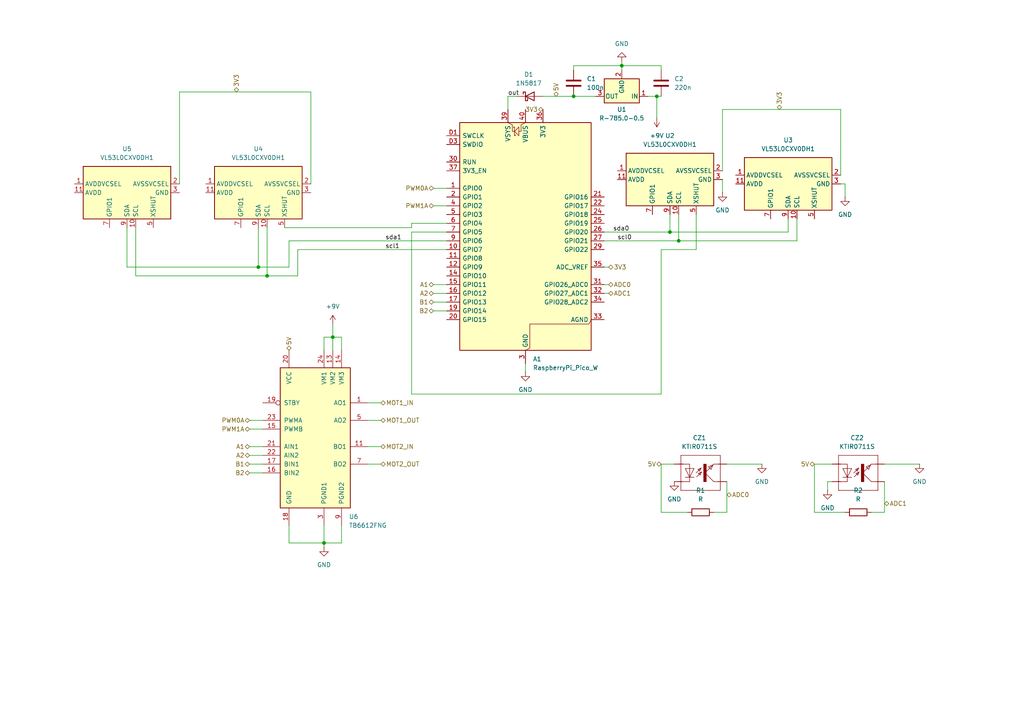
<source format=kicad_sch>
(kicad_sch (version 20250114) (generator "eeschema") (generator_version "9.0")
  (paper "A4")
  (title_block (title "ARENTM Electronics Scheme") (date "04.11.2025") (rev "1") (company "Sterowniki Robotów Projekt 2025") (comment 1 "Michał Sadecki") (comment 2 "Maksymilian Książka"))
  (lib_symbols
    (symbol "Device:C" (pin_numbers (hide yes)) (pin_names (offset 0.254))
      (property "Reference" "C" (at 0.635 2.54 0))
      (property "Value" "C" (at 0.635 -2.54 0))
      (symbol "C_0_1"
        (polyline (pts (xy -2.032 0.762) (xy 2.032 0.762)) (stroke (width 0.508)))
        (polyline (pts (xy -2.032 -0.762) (xy 2.032 -0.762)) (stroke (width 0.508)))
      )
      (symbol "C_1_1"
        (pin passive line (at 0 3.81 270) (length 2.794) (name "~") (number "1"))
        (pin passive line (at 0 -3.81 90) (length 2.794) (name "~") (number "2"))
      )
    )
    (symbol "Device:R" (pin_numbers (hide yes)) (pin_names (offset 0))
      (property "Reference" "R" (at 2.032 0 90))
      (property "Value" "R" (at 0 0 90))
      (symbol "R_0_1"
        (rectangle (start -1.016 -2.54) (end 1.016 2.54) (stroke (width 0.254)))
      )
      (symbol "R_1_1"
        (pin passive line (at 0 3.81 270) (length 1.27) (name "~") (number "1"))
        (pin passive line (at 0 -3.81 90) (length 1.27) (name "~") (number "2"))
      )
    )
    (symbol "Diode:1N5817" (pin_numbers (hide yes)) (pin_names (offset 1.016) (hide yes))
      (property "Reference" "D" (at 0 2.54 0))
      (property "Value" "1N5817" (at 0 -2.54 0))
      (symbol "1N5817_0_1"
        (polyline (pts (xy -1.905 0.635) (xy -1.905 1.27) (xy -1.27 1.27) (xy -1.27 -1.27) (xy -0.635 -1.27) (xy -0.635 -0.635)) (stroke (width 0.254)))
        (polyline (pts (xy 1.27 1.27) (xy 1.27 -1.27) (xy -1.27 0) (xy 1.27 1.27)) (stroke (width 0.254)))
        (polyline (pts (xy 1.27 0) (xy -1.27 0)))
      )
      (symbol "1N5817_1_1"
        (pin passive line (at -3.81 0 0) (length 2.54) (name "K") (number "1"))
        (pin passive line (at 3.81 0 180) (length 2.54) (name "A") (number "2"))
      )
    )
    (symbol "Driver_Motor:TB6612FNG" (pin_names (offset 1.016))
      (property "Reference" "U" (at 11.43 17.78 0))
      (property "Value" "TB6612FNG" (at 11.43 15.24 0))
      (symbol "TB6612FNG_0_1"
        (rectangle (start -10.16 20.32) (end 10.16 -20.32) (stroke (width 0.254)) (fill (type background)))
      )
      (symbol "TB6612FNG_1_1"
        (pin input inverted (at -15.24 10.16 0) (length 5.08) (name "STBY") (number "19"))
        (pin input line (at -15.24 5.08 0) (length 5.08) (name "PWMA") (number "23"))
        (pin input line (at -15.24 2.54 0) (length 5.08) (name "PWMB") (number "15"))
        (pin input line (at -15.24 -2.54 0) (length 5.08) (name "AIN1") (number "21"))
        (pin input line (at -15.24 -5.08 0) (length 5.08) (name "AIN2") (number "22"))
        (pin input line (at -15.24 -7.62 0) (length 5.08) (name "BIN1") (number "17"))
        (pin input line (at -15.24 -10.16 0) (length 5.08) (name "BIN2") (number "16"))
        (pin power_in line (at -7.62 25.4 270) (length 5.08) (name "VCC") (number "20"))
        (pin power_in line (at -7.62 -25.4 90) (length 5.08) (name "GND") (number "18"))
        (pin power_in line (at 2.54 25.4 270) (length 5.08) (name "VM1") (number "24"))
        (pin power_in line (at 2.54 -25.4 90) (length 5.08) (name "PGND1") (number "3"))
        (pin passive line (at 2.54 -25.4 90) (length 5.08) (hide yes) (name "PGND1") (number "4"))
        (pin power_in line (at 5.08 25.4 270) (length 5.08) (name "VM2") (number "13"))
        (pin power_in line (at 7.62 25.4 270) (length 5.08) (name "VM3") (number "14"))
        (pin passive line (at 7.62 -25.4 90) (length 5.08) (hide yes) (name "PGND2") (number "10"))
        (pin power_in line (at 7.62 -25.4 90) (length 5.08) (name "PGND2") (number "9"))
        (pin output line (at 15.24 10.16 180) (length 5.08) (name "AO1") (number "1"))
        (pin passive line (at 15.24 10.16 180) (length 5.08) (hide yes) (name "AO1") (number "2"))
        (pin output line (at 15.24 5.08 180) (length 5.08) (name "AO2") (number "5"))
        (pin passive line (at 15.24 5.08 180) (length 5.08) (hide yes) (name "AO2") (number "6"))
        (pin output line (at 15.24 -2.54 180) (length 5.08) (name "BO1") (number "11"))
        (pin passive line (at 15.24 -2.54 180) (length 5.08) (hide yes) (name "BO1") (number "12"))
        (pin output line (at 15.24 -7.62 180) (length 5.08) (name "BO2") (number "7"))
        (pin passive line (at 15.24 -7.62 180) (length 5.08) (hide yes) (name "BO2") (number "8"))
      )
    )
    (symbol "KTIR0711S:KTIR0711S" (pin_numbers (hide yes)) (pin_names (offset 1.016) (hide yes))
      (property "Reference" "CZ" (at -5.715 5.715 0))
      (property "Value" "KTIR0711S" (at -5.715 -7.62 0))
      (symbol "KTIR0711S_1_0"
        (polyline (pts (xy -5.715 5.08) (xy -5.715 -5.08)))
        (polyline (pts (xy -5.715 5.08) (xy 5.715 5.08)))
        (polyline (pts (xy -5.715 -5.08) (xy 5.715 -5.08)))
        (polyline (pts (xy -3.175 2.54) (xy -6.35 2.54)))
        (polyline (pts (xy -3.175 2.54) (xy -3.175 1.27)))
        (polyline (pts (xy -3.175 1.27) (xy -4.445 1.27)))
        (polyline (pts (xy -3.175 1.27) (xy -3.175 -1.27)))
        (polyline (pts (xy -3.175 -1.27) (xy -4.445 1.27)))
        (polyline (pts (xy -3.175 -1.27) (xy -4.445 -1.27)))
        (polyline (pts (xy -3.175 -1.27) (xy -3.175 -2.54)))
        (polyline (pts (xy -3.175 -2.54) (xy -6.35 -2.54)))
        (polyline (pts (xy -1.905 1.27) (xy -3.175 1.27)))
        (polyline (pts (xy -1.905 1.27) (xy -3.175 -1.27)))
        (polyline (pts (xy -1.905 -1.27) (xy -3.175 -1.27)))
        (polyline (pts (xy -1.27 0) (xy 0.127 1.397)))
        (polyline (pts (xy -1.143 -1.143) (xy 0.254 0.254)))
        (polyline (pts (xy -0.762 1.016) (xy -0.254 0.508)))
        (polyline (pts (xy -0.635 -0.127) (xy -0.127 -0.635)))
        (polyline (pts (xy -0.254 0.508) (xy 0.127 1.397)))
        (polyline (pts (xy -0.127 -0.635) (xy 0.254 0.254)))
        (polyline (pts (xy 0.127 1.397) (xy -0.762 1.016)))
        (polyline (pts (xy 0.254 0.254) (xy -0.635 -0.127)))
        (polyline (pts (xy 1.27 0) (xy 3.556 2.286)))
        (polyline (pts (xy 2.286 1.778) (xy 3.048 1.016)))
        (polyline (pts (xy 3.048 1.016) (xy 3.556 2.286)))
        (polyline (pts (xy 3.556 2.286) (xy 2.286 1.778)))
        (polyline (pts (xy 3.556 2.286) (xy 3.81 2.54)))
        (polyline (pts (xy 3.81 -2.54) (xy 1.27 0)))
        (polyline (pts (xy 5.08 2.54) (xy 3.81 2.54)))
        (polyline (pts (xy 5.08 -2.54) (xy 3.81 -2.54)))
        (polyline (pts (xy 5.715 5.08) (xy 5.715 -5.08)))
      )
      (symbol "KTIR0711S_1_1"
        (rectangle (start 0.889 -2.54) (end 1.651 2.54) (fill (type outline)))
        (pin passive line (at -7.62 2.54 0) (length 2.54) (name "ANODA") (number "ANODA"))
        (pin passive line (at -7.62 -2.54 0) (length 2.54) (name "KATODA") (number "KATODA"))
        (pin bidirectional line (at 7.62 2.54 180) (length 2.54) (name "EMITER") (number "EMITER"))
        (pin bidirectional line (at 7.62 -2.54 180) (length 2.54) (name "KOLEKTOR") (number "KOLEKTOR"))
      )
    )
    (symbol "MCU_Module:RaspberryPi_Pico_W_Debug" (pin_names (offset 0.762))
      (property "Reference" "A" (at -19.05 35.56 0))
      (property "Value" "RaspberryPi_Pico_W" (at 7.62 35.56 0))
      (symbol "RaspberryPi_Pico_W_Debug_0_1"
        (rectangle (start -19.05 34.29) (end 19.05 -31.75) (stroke (width 0.254)) (fill (type background)))
        (polyline (pts (xy -5.08 34.29) (xy -3.81 33.655) (xy -3.81 31.75) (xy -3.175 31.75)))
        (polyline (pts (xy -3.429 32.766) (xy -3.429 33.02) (xy -3.175 33.02) (xy -3.175 30.48) (xy -2.921 30.48) (xy -2.921 30.734)))
        (polyline (pts (xy -3.175 31.75) (xy -1.905 33.02) (xy -1.905 30.48) (xy -3.175 31.75)))
        (polyline (pts (xy 0 34.29) (xy -1.27 33.655) (xy -1.27 31.75) (xy -1.905 31.75)))
        (polyline (pts (xy 0 -31.75) (xy 1.27 -31.115) (xy 1.27 -24.13) (xy 18.415 -24.13) (xy 19.05 -22.86)))
      )
      (symbol "RaspberryPi_Pico_W_Debug_1_1"
        (pin input line (at -22.86 30.48 0) (length 3.81) (name "SWCLK") (number "D1"))
        (pin bidirectional line (at -22.86 27.94 0) (length 3.81) (name "SWDIO") (number "D3"))
        (pin passive line (at -22.86 22.86 0) (length 3.81) (name "RUN") (number "30"))
        (pin passive line (at -22.86 20.32 0) (length 3.81) (name "3V3_EN") (number "37"))
        (pin bidirectional line (at -22.86 15.24 0) (length 3.81) (name "GPIO0") (number "1"))
        (pin bidirectional line (at -22.86 12.7 0) (length 3.81) (name "GPIO1") (number "2"))
        (pin bidirectional line (at -22.86 10.16 0) (length 3.81) (name "GPIO2") (number "4"))
        (pin bidirectional line (at -22.86 7.62 0) (length 3.81) (name "GPIO3") (number "5"))
        (pin bidirectional line (at -22.86 5.08 0) (length 3.81) (name "GPIO4") (number "6"))
        (pin bidirectional line (at -22.86 2.54 0) (length 3.81) (name "GPIO5") (number "7"))
        (pin bidirectional line (at -22.86 0 0) (length 3.81) (name "GPIO6") (number "9"))
        (pin bidirectional line (at -22.86 -2.54 0) (length 3.81) (name "GPIO7") (number "10"))
        (pin bidirectional line (at -22.86 -5.08 0) (length 3.81) (name "GPIO8") (number "11"))
        (pin bidirectional line (at -22.86 -7.62 0) (length 3.81) (name "GPIO9") (number "12"))
        (pin bidirectional line (at -22.86 -10.16 0) (length 3.81) (name "GPIO10") (number "14"))
        (pin bidirectional line (at -22.86 -12.7 0) (length 3.81) (name "GPIO11") (number "15"))
        (pin bidirectional line (at -22.86 -15.24 0) (length 3.81) (name "GPIO12") (number "16"))
        (pin bidirectional line (at -22.86 -17.78 0) (length 3.81) (name "GPIO13") (number "17"))
        (pin bidirectional line (at -22.86 -20.32 0) (length 3.81) (name "GPIO14") (number "19"))
        (pin bidirectional line (at -22.86 -22.86 0) (length 3.81) (name "GPIO15") (number "20"))
        (pin power_in line (at -5.08 38.1 270) (length 3.81) (name "VSYS") (number "39"))
        (pin power_out line (at 0 38.1 270) (length 3.81) (name "VBUS") (number "40"))
        (pin passive line (at 0 -35.56 90) (length 3.81) (hide yes) (name "GND") (number "13"))
        (pin passive line (at 0 -35.56 90) (length 3.81) (hide yes) (name "GND") (number "18"))
        (pin passive line (at 0 -35.56 90) (length 3.81) (hide yes) (name "GND") (number "23"))
        (pin passive line (at 0 -35.56 90) (length 3.81) (hide yes) (name "GND") (number "28"))
        (pin power_out line (at 0 -35.56 90) (length 3.81) (name "GND") (number "3"))
        (pin passive line (at 0 -35.56 90) (length 3.81) (hide yes) (name "GND") (number "38"))
        (pin passive line (at 0 -35.56 90) (length 3.81) (hide yes) (name "GND") (number "8"))
        (pin passive line (at 0 -35.56 90) (length 3.81) (hide yes) (name "GND") (number "D2"))
        (pin power_out line (at 5.08 38.1 270) (length 3.81) (name "3V3") (number "36"))
        (pin bidirectional line (at 22.86 12.7 180) (length 3.81) (name "GPIO16") (number "21"))
        (pin bidirectional line (at 22.86 10.16 180) (length 3.81) (name "GPIO17") (number "22"))
        (pin bidirectional line (at 22.86 7.62 180) (length 3.81) (name "GPIO18") (number "24"))
        (pin bidirectional line (at 22.86 5.08 180) (length 3.81) (name "GPIO19") (number "25"))
        (pin bidirectional line (at 22.86 2.54 180) (length 3.81) (name "GPIO20") (number "26"))
        (pin bidirectional line (at 22.86 0 180) (length 3.81) (name "GPIO21") (number "27"))
        (pin bidirectional line (at 22.86 -2.54 180) (length 3.81) (name "GPIO22") (number "29"))
        (pin power_in line (at 22.86 -7.62 180) (length 3.81) (name "ADC_VREF") (number "35"))
        (pin bidirectional line (at 22.86 -12.7 180) (length 3.81) (name "GPIO26_ADC0") (number "31"))
        (pin bidirectional line (at 22.86 -15.24 180) (length 3.81) (name "GPIO27_ADC1") (number "32"))
        (pin bidirectional line (at 22.86 -17.78 180) (length 3.81) (name "GPIO28_ADC2") (number "34"))
        (pin power_out line (at 22.86 -22.86 180) (length 3.81) (name "AGND") (number "33"))
      )
    )
    (symbol "Regulator_Switching:R-781.5-0.5" (pin_names (offset 0.254))
      (property "Reference" "U" (at -3.81 3.175 0))
      (property "Value" "R-781.5-0.5" (at 0 3.175 0))
      (symbol "R-781.5-0.5_0_1"
        (rectangle (start -5.08 1.905) (end 5.08 -5.08) (stroke (width 0.254)) (fill (type background)))
      )
      (symbol "R-781.5-0.5_1_1"
        (pin power_in line (at -7.62 0 0) (length 2.54) (name "IN") (number "1"))
        (pin power_in line (at 0 -7.62 90) (length 2.54) (name "GND") (number "2"))
        (pin power_out line (at 7.62 0 180) (length 2.54) (name "OUT") (number "3"))
      )
    )
    (symbol "Sensor_Distance:VL53L0CXV0DH1"
      (property "Reference" "U" (at -6.35 13.97 0))
      (property "Value" "VL53L0CXV0DH1" (at 12.065 13.97 0))
      (symbol "VL53L0CXV0DH1_0_1"
        (rectangle (start -7.62 12.7) (end 7.62 -12.7) (stroke (width 0.254)) (fill (type background)))
      )
      (symbol "VL53L0CXV0DH1_1_1"
        (pin open_collector line (at -10.16 5.08 0) (length 2.54) (name "GPIO1") (number "7"))
        (pin bidirectional line (at -10.16 0 0) (length 2.54) (name "SDA") (number "9"))
        (pin input line (at -10.16 -2.54 0) (length 2.54) (name "SCL") (number "10"))
        (pin input line (at -10.16 -7.62 0) (length 2.54) (name "XSHUT") (number "5"))
        (pin no_connect line (at -7.62 7.62 0) (length 2.54) (hide yes) (name "DNC") (number "8"))
        (pin power_in line (at 0 15.24 270) (length 2.54) (name "AVDD") (number "11"))
        (pin passive line (at 0 -15.24 90) (length 2.54) (hide yes) (name "GND") (number "12"))
        (pin power_in line (at 0 -15.24 90) (length 2.54) (name "GND") (number "3"))
        (pin passive line (at 0 -15.24 90) (length 2.54) (hide yes) (name "GND") (number "4"))
        (pin passive line (at 0 -15.24 90) (length 2.54) (hide yes) (name "GND") (number "6"))
        (pin power_in line (at 2.54 15.24 270) (length 2.54) (name "AVDDVCSEL") (number "1"))
        (pin power_in line (at 2.54 -15.24 90) (length 2.54) (name "AVSSVCSEL") (number "2"))
      )
    )
    (symbol "power:+9V" (power) (pin_numbers (hide yes)) (pin_names (offset 0) (hide yes))
      (property "Value" "+9V" (at 0 3.556 0))
      (symbol "+9V_0_1"
        (polyline (pts (xy -0.762 1.27) (xy 0 2.54)))
        (polyline (pts (xy 0 2.54) (xy 0.762 1.27)))
        (polyline (pts (xy 0 0) (xy 0 2.54)))
      )
      (symbol "+9V_1_1"
        (pin power_in line (at 0 0 90) (length 0) (name "~") (number "1"))
      )
    )
    (symbol "power:GND" (power) (pin_numbers (hide yes)) (pin_names (offset 0) (hide yes))
      (property "Value" "GND" (at 0 -3.81 0))
      (symbol "GND_0_1"
        (polyline (pts (xy 0 0) (xy 0 -1.27) (xy 1.27 -1.27) (xy 0 -2.54) (xy -1.27 -1.27) (xy 0 -1.27)))
      )
      (symbol "GND_1_1"
        (pin power_in line (at 0 0 270) (length 0) (name "~") (number "1"))
      )
    )
  )
  (junction (at 166.37 27.94))
  (junction (at 77.47 80.01))
  (junction (at 93.98 157.48))
  (junction (at 190.5 27.94))
  (junction (at 180.34 19.05))
  (junction (at 194.31 67.31))
  (junction (at 196.85 69.85))
  (junction (at 96.52 97.79))
  (junction (at 74.93 77.47))
  (wire (pts (xy 93.98 97.79) (xy 96.52 97.79)))
  (wire (pts (xy 191.77 114.3) (xy 119.38 114.3)))
  (wire (pts (xy 52.07 26.67) (xy 52.07 53.34)))
  (wire (pts (xy 106.68 129.54) (xy 110.49 129.54)))
  (wire (pts (xy 83.82 157.48) (xy 83.82 152.4)))
  (wire (pts (xy 36.83 66.04) (xy 36.83 77.47)))
  (wire (pts (xy 157.48 27.94) (xy 166.37 27.94)))
  (wire (pts (xy 191.77 134.62) (xy 195.58 134.62)))
  (wire (pts (xy 119.38 67.31) (xy 129.54 67.31)))
  (wire (pts (xy 93.98 158.75) (xy 93.98 157.48)))
  (wire (pts (xy 90.17 26.67) (xy 52.07 26.67)))
  (wire (pts (xy 96.52 97.79) (xy 96.52 101.6)))
  (wire (pts (xy 190.5 27.94) (xy 191.77 27.94)))
  (wire (pts (xy 83.82 77.47) (xy 74.93 77.47)))
  (wire (pts (xy 119.38 64.77) (xy 129.54 64.77)))
  (wire (pts (xy 194.31 67.31) (xy 228.6 67.31)))
  (wire (pts (xy 72.39 137.16) (xy 76.2 137.16)))
  (wire (pts (xy 175.26 69.85) (xy 196.85 69.85)))
  (wire (pts (xy 106.68 116.84) (xy 110.49 116.84)))
  (wire (pts (xy 210.82 139.7) (xy 210.82 148.59)))
  (wire (pts (xy 119.38 66.04) (xy 119.38 64.77)))
  (wire (pts (xy 36.83 77.47) (xy 74.93 77.47)))
  (wire (pts (xy 180.34 20.32) (xy 180.34 19.05)))
  (wire (pts (xy 93.98 101.6) (xy 93.98 97.79)))
  (wire (pts (xy 201.93 72.39) (xy 201.93 62.23)))
  (wire (pts (xy 99.06 97.79) (xy 99.06 101.6)))
  (wire (pts (xy 125.73 82.55) (xy 129.54 82.55)))
  (wire (pts (xy 176.53 82.55) (xy 175.26 82.55)))
  (wire (pts (xy 236.22 148.59) (xy 245.11 148.59)))
  (wire (pts (xy 96.52 97.79) (xy 99.06 97.79)))
  (wire (pts (xy 93.98 157.48) (xy 99.06 157.48)))
  (wire (pts (xy 256.54 134.62) (xy 266.7 134.62)))
  (wire (pts (xy 119.38 67.31) (xy 119.38 114.3)))
  (wire (pts (xy 199.39 148.59) (xy 191.77 148.59)))
  (wire (pts (xy 180.34 19.05) (xy 166.37 19.05)))
  (wire (pts (xy 180.34 17.78) (xy 180.34 19.05)))
  (wire (pts (xy 149.86 27.94) (xy 147.32 27.94)))
  (wire (pts (xy 166.37 19.05) (xy 166.37 20.32)))
  (wire (pts (xy 129.54 72.39) (xy 86.36 72.39)))
  (wire (pts (xy 129.54 69.85) (xy 83.82 69.85)))
  (wire (pts (xy 194.31 62.23) (xy 194.31 67.31)))
  (wire (pts (xy 243.84 50.8) (xy 243.84 31.75)))
  (wire (pts (xy 245.11 57.15) (xy 245.11 53.34)))
  (wire (pts (xy 86.36 72.39) (xy 86.36 80.01)))
  (wire (pts (xy 106.68 121.92) (xy 110.49 121.92)))
  (wire (pts (xy 191.77 72.39) (xy 201.93 72.39)))
  (wire (pts (xy 72.39 132.08) (xy 76.2 132.08)))
  (wire (pts (xy 93.98 152.4) (xy 93.98 157.48)))
  (wire (pts (xy 99.06 152.4) (xy 99.06 157.48)))
  (wire (pts (xy 241.3 139.7) (xy 240.03 139.7)))
  (wire (pts (xy 236.22 148.59) (xy 236.22 134.62)))
  (wire (pts (xy 106.68 134.62) (xy 110.49 134.62)))
  (wire (pts (xy 83.82 69.85) (xy 83.82 77.47)))
  (wire (pts (xy 256.54 139.7) (xy 256.54 148.59)))
  (wire (pts (xy 125.73 90.17) (xy 129.54 90.17)))
  (wire (pts (xy 196.85 62.23) (xy 196.85 69.85)))
  (wire (pts (xy 86.36 80.01) (xy 77.47 80.01)))
  (wire (pts (xy 39.37 66.04) (xy 39.37 80.01)))
  (wire (pts (xy 209.55 52.07) (xy 209.55 55.88)))
  (wire (pts (xy 96.52 93.98) (xy 96.52 97.79)))
  (wire (pts (xy 190.5 34.29) (xy 190.5 27.94)))
  (wire (pts (xy 125.73 59.69) (xy 129.54 59.69)))
  (wire (pts (xy 72.39 129.54) (xy 76.2 129.54)))
  (wire (pts (xy 210.82 134.62) (xy 220.98 134.62)))
  (wire (pts (xy 39.37 80.01) (xy 77.47 80.01)))
  (wire (pts (xy 176.53 77.47) (xy 175.26 77.47)))
  (wire (pts (xy 209.55 31.75) (xy 243.84 31.75)))
  (wire (pts (xy 191.77 148.59) (xy 191.77 134.62)))
  (wire (pts (xy 152.4 105.41) (xy 152.4 107.95)))
  (wire (pts (xy 175.26 85.09) (xy 176.53 85.09)))
  (wire (pts (xy 125.73 54.61) (xy 129.54 54.61)))
  (wire (pts (xy 187.96 27.94) (xy 190.5 27.94)))
  (wire (pts (xy 180.34 19.05) (xy 191.77 19.05)))
  (wire (pts (xy 72.39 121.92) (xy 76.2 121.92)))
  (wire (pts (xy 240.03 139.7) (xy 240.03 142.24)))
  (wire (pts (xy 228.6 63.5) (xy 228.6 67.31)))
  (wire (pts (xy 256.54 148.59) (xy 252.73 148.59)))
  (wire (pts (xy 125.73 85.09) (xy 129.54 85.09)))
  (wire (pts (xy 82.55 66.04) (xy 119.38 66.04)))
  (wire (pts (xy 72.39 124.46) (xy 76.2 124.46)))
  (wire (pts (xy 191.77 72.39) (xy 191.77 114.3)))
  (wire (pts (xy 245.11 53.34) (xy 243.84 53.34)))
  (wire (pts (xy 236.22 134.62) (xy 241.3 134.62)))
  (wire (pts (xy 166.37 27.94) (xy 172.72 27.94)))
  (wire (pts (xy 210.82 148.59) (xy 207.01 148.59)))
  (wire (pts (xy 175.26 67.31) (xy 194.31 67.31)))
  (wire (pts (xy 209.55 31.75) (xy 209.55 49.53)))
  (wire (pts (xy 147.32 27.94) (xy 147.32 31.75)))
  (wire (pts (xy 83.82 157.48) (xy 93.98 157.48)))
  (wire (pts (xy 90.17 26.67) (xy 90.17 53.34)))
  (wire (pts (xy 74.93 66.04) (xy 74.93 77.47)))
  (wire (pts (xy 72.39 134.62) (xy 76.2 134.62)))
  (wire (pts (xy 125.73 87.63) (xy 129.54 87.63)))
  (wire (pts (xy 196.85 69.85) (xy 231.14 69.85)))
  (wire (pts (xy 77.47 66.04) (xy 77.47 80.01)))
  (wire (pts (xy 191.77 20.32) (xy 191.77 19.05)))
  (wire (pts (xy 231.14 63.5) (xy 231.14 69.85)))
  (label "sda0" (at 177.8 67.31 0))
  (label "scl0" (at 179.07 69.85 0))
  (label "scl1" (at 111.76 72.39 0))
  (label "sda1" (at 111.76 69.85 0))
  (label "out" (at 147.32 27.94 0))
  (hierarchical_label "MOT2_IN" (shape bidirectional) (at 110.49 129.54 0))
  (hierarchical_label "B2" (shape bidirectional) (at 72.39 137.16 180))
  (hierarchical_label "PWM1A" (shape bidirectional) (at 125.73 59.69 180))
  (hierarchical_label "3V3" (shape bidirectional) (at 157.48 31.75 180))
  (hierarchical_label "PWM1A" (shape bidirectional) (at 72.39 124.46 180))
  (hierarchical_label "ADC1" (shape bidirectional) (at 256.54 146.05 0))
  (hierarchical_label "PWM0A" (shape bidirectional) (at 125.73 54.61 180))
  (hierarchical_label "MOT2_OUT" (shape bidirectional) (at 110.49 134.62 0))
  (hierarchical_label "PWM0A" (shape bidirectional) (at 72.39 121.92 180))
  (hierarchical_label "A1" (shape bidirectional) (at 72.39 129.54 180))
  (hierarchical_label "A2" (shape bidirectional) (at 125.73 85.09 180))
  (hierarchical_label "ADC0" (shape bidirectional) (at 210.82 143.51 0))
  (hierarchical_label "5V" (shape bidirectional) (at 236.22 134.62 180))
  (hierarchical_label "3V3" (shape bidirectional) (at 226.06 31.75 90))
  (hierarchical_label "3V3" (shape bidirectional) (at 176.53 77.47 0))
  (hierarchical_label "MOT1_OUT" (shape bidirectional) (at 110.49 121.92 0))
  (hierarchical_label "5V" (shape bidirectional) (at 83.82 101.6 90))
  (hierarchical_label "MOT1_IN" (shape bidirectional) (at 110.49 116.84 0))
  (hierarchical_label "5V" (shape bidirectional) (at 191.77 134.62 180))
  (hierarchical_label "A1" (shape bidirectional) (at 125.73 82.55 180))
  (hierarchical_label "3V3" (shape bidirectional) (at 68.58 26.67 90))
  (hierarchical_label "B2" (shape bidirectional) (at 125.73 90.17 180))
  (hierarchical_label "B1" (shape bidirectional) (at 125.73 87.63 180))
  (hierarchical_label "ADC1" (shape bidirectional) (at 176.53 85.09 0))
  (hierarchical_label "5V" (shape bidirectional) (at 161.29 27.94 90))
  (hierarchical_label "B1" (shape bidirectional) (at 72.39 134.62 180))
  (hierarchical_label "A2" (shape bidirectional) (at 72.39 132.08 180))
  (hierarchical_label "ADC0" (shape bidirectional) (at 176.53 82.55 0))
  (symbol (lib_id "power:GND") (at 195.58 139.7 0) (unit 1)
    (property "Reference" "#PWR08" (effects (hide yes)))
    (property "Value" "GND" (at 195.58 144.78 0))
    (property "Description" "Power symbol creates a global label with name \"GND\" , ground" (effects (hide yes)))
  )
  (symbol (lib_id "Sensor_Distance:VL53L0CXV0DH1") (at 74.93 55.88 90) (unit 1)
    (property "Reference" "U4" (at 74.93 43.18 90))
    (property "Value" "VL53L0CXV0DH1" (at 74.93 45.72 90))
    (property "Footprint" "Sensor_Distance:ST_VL53L1x" (effects (hide yes)))
    (property "Datasheet" "https://www.st.com/resource/en/datasheet/vl53l0x.pdf" (effects (hide yes)))
    (property "Description" "2m distance ranging ToF sensor, Optical LGA12" (effects (hide yes)))
  )
  (symbol (lib_id "Device:C") (at 191.77 24.13 0) (unit 1)
    (property "Reference" "C2" (at 195.58 22.8599 0) (effects (justify left)))
    (property "Value" "220n" (at 195.58 25.3999 0) (effects (justify left)))
    (property "Description" "Unpolarized capacitor" (effects (hide yes)))
  )
  (symbol (lib_id "power:GND") (at 93.98 158.75 0) (unit 1)
    (property "Reference" "#PWR010" (effects (hide yes)))
    (property "Value" "GND" (at 93.98 163.83 0))
    (property "Description" "Power symbol creates a global label with name \"GND\" , ground" (effects (hide yes)))
  )
  (symbol (lib_id "Regulator_Switching:R-781.5-0.5") (at 180.34 27.94 180) (unit 1)
    (property "Reference" "U1" (at 180.34 31.75 0))
    (property "Value" "R-785.0-0.5" (at 180.34 34.29 0))
    (property "Footprint" "Converter_DCDC:Converter_DCDC_RECOM_R-78E-0.5_THT" (effects (hide yes)))
    (property "Datasheet" "https://www.recom-power.com/pdf/Innoline/R-78xx-0.5.pdf" (effects (hide yes)))
    (property "Description" "500mA Step-Down DC/DC-Regulator, 4.75-30V input, 1.5V fixed Output Voltage, LM78xx replacement, -40°C to +85°C, SIP3" (effects (hide yes)))
  )
  (symbol (lib_id "power:+9V") (at 96.52 93.98 0) (unit 1)
    (property "Reference" "#PWR011" (effects (hide yes)))
    (property "Value" "+9V" (at 96.52 88.9 0))
    (property "Description" "Power symbol creates a global label with name \"+9V\"" (effects (hide yes)))
  )
  (symbol (lib_id "KTIR0711S:KTIR0711S") (at 203.2 137.16 0) (unit 1)
    (property "Reference" "CZ1" (at 202.8825 127 0))
    (property "Value" "KTIR0711S" (at 202.8825 129.54 0))
    (property "Footprint" "KTIR0711S-TOP" (effects (hide yes)))
  )
  (symbol (lib_id "power:GND") (at 266.7 134.62 0) (unit 1)
    (property "Reference" "#PWR04" (effects (hide yes)))
    (property "Value" "GND" (at 266.7 139.7 0))
    (property "Description" "Power symbol creates a global label with name \"GND\" , ground" (effects (hide yes)))
  )
  (symbol (lib_id "power:GND") (at 180.34 17.78 180) (unit 1)
    (property "Reference" "#PWR02" (effects (hide yes)))
    (property "Value" "GND" (at 180.34 12.7 0))
    (property "Description" "Power symbol creates a global label with name \"GND\" , ground" (effects (hide yes)))
  )
  (symbol (lib_id "Device:R") (at 248.92 148.59 90) (unit 1)
    (property "Reference" "R2" (at 248.92 142.24 90))
    (property "Value" "R" (at 248.92 144.78 90))
    (property "Description" "Resistor" (effects (hide yes)))
  )
  (symbol (lib_id "power:GND") (at 240.03 142.24 0) (unit 1)
    (property "Reference" "#PWR09" (effects (hide yes)))
    (property "Value" "GND" (at 240.03 147.32 0))
    (property "Description" "Power symbol creates a global label with name \"GND\" , ground" (effects (hide yes)))
  )
  (symbol (lib_id "power:GND") (at 220.98 134.62 0) (unit 1)
    (property "Reference" "#PWR03" (effects (hide yes)))
    (property "Value" "GND" (at 220.98 139.7 0))
    (property "Description" "Power symbol creates a global label with name \"GND\" , ground" (effects (hide yes)))
  )
  (symbol (lib_id "power:GND") (at 152.4 107.95 0) (unit 1)
    (property "Reference" "#PWR01" (effects (hide yes)))
    (property "Value" "GND" (at 152.4 113.03 0))
    (property "Description" "Power symbol creates a global label with name \"GND\" , ground" (effects (hide yes)))
  )
  (symbol (lib_id "Sensor_Distance:VL53L0CXV0DH1") (at 194.31 52.07 90) (unit 1)
    (property "Reference" "U2" (at 194.31 39.37 90))
    (property "Value" "VL53L0CXV0DH1" (at 194.31 41.91 90))
    (property "Footprint" "Sensor_Distance:ST_VL53L1x" (effects (hide yes)))
    (property "Datasheet" "https://www.st.com/resource/en/datasheet/vl53l0x.pdf" (effects (hide yes)))
    (property "Description" "2m distance ranging ToF sensor, Optical LGA12" (effects (hide yes)))
  )
  (symbol (lib_id "Driver_Motor:TB6612FNG") (at 91.44 127 0) (unit 1)
    (property "Reference" "U6" (at 101.2033 149.86 0) (effects (justify left)))
    (property "Value" "TB6612FNG" (at 101.2033 152.4 0) (effects (justify left)))
    (property "Footprint" "Package_SO:SSOP-24_5.3x8.2mm_P0.65mm" (effects (hide yes)))
    (property "Datasheet" "https://toshiba.semicon-storage.com/us/product/linear/motordriver/detail.TB6612FNG.html" (effects (hide yes)))
    (property "Description" "Driver IC for Dual DC motor, SSOP-24" (effects (hide yes)))
  )
  (symbol (lib_id "KTIR0711S:KTIR0711S") (at 248.92 137.16 0) (unit 1)
    (property "Reference" "CZ2" (at 248.6025 127 0))
    (property "Value" "KTIR0711S" (at 248.6025 129.54 0))
    (property "Footprint" "KTIR0711S-TOP" (effects (hide yes)))
  )
  (symbol (lib_id "power:GND") (at 245.11 57.15 0) (unit 1)
    (property "Reference" "#PWR06" (effects (hide yes)))
    (property "Value" "GND" (at 245.11 62.23 0))
    (property "Description" "Power symbol creates a global label with name \"GND\" , ground" (effects (hide yes)))
  )
  (symbol (lib_id "Sensor_Distance:VL53L0CXV0DH1") (at 36.83 55.88 90) (unit 1)
    (property "Reference" "U5" (at 36.83 43.18 90))
    (property "Value" "VL53L0CXV0DH1" (at 36.83 45.72 90))
    (property "Footprint" "Sensor_Distance:ST_VL53L1x" (effects (hide yes)))
    (property "Datasheet" "https://www.st.com/resource/en/datasheet/vl53l0x.pdf" (effects (hide yes)))
    (property "Description" "2m distance ranging ToF sensor, Optical LGA12" (effects (hide yes)))
  )
  (symbol (lib_id "Device:C") (at 166.37 24.13 0) (unit 1)
    (property "Reference" "C1" (at 170.18 22.8599 0) (effects (justify left)))
    (property "Value" "100n" (at 170.18 25.3999 0) (effects (justify left)))
    (property "Description" "Unpolarized capacitor" (effects (hide yes)))
  )
  (symbol (lib_id "Device:R") (at 203.2 148.59 90) (unit 1)
    (property "Reference" "R1" (at 203.2 142.24 90))
    (property "Value" "R" (at 203.2 144.78 90))
    (property "Description" "Resistor" (effects (hide yes)))
  )
  (symbol (lib_id "MCU_Module:RaspberryPi_Pico_W_Debug") (at 152.4 69.85 0) (unit 1)
    (property "Reference" "A1" (at 154.5433 104.14 0) (effects (justify left)))
    (property "Value" "RaspberryPi_Pico_W" (at 154.5433 106.68 0) (effects (justify left)))
    (property "Footprint" "Module:RaspberryPi_Pico_W_SMD_HandSolder" (effects (hide yes)))
    (property "Datasheet" "https://datasheets.raspberrypi.com/picow/pico-w-datasheet.pdf" (effects (hide yes)))
    (property "Description" "Versatile and inexpensive wireless microcontroller module (with debug pins) powered by RP2040 dual-core Arm Cortex-M0+ processor up to 133 MHz, 264kB SRAM, 2MB QSPI flash, Infineon CYW43439 2.4GHz 802.11n wireless LAN; also supports Raspberry Pi Pico 2 W" (effects (hide yes)))
  )
  (symbol (lib_id "power:GND") (at 209.55 55.88 0) (unit 1)
    (property "Reference" "#PWR07" (effects (hide yes)))
    (property "Value" "GND" (at 209.55 60.96 0))
    (property "Description" "Power symbol creates a global label with name \"GND\" , ground" (effects (hide yes)))
  )
  (symbol (lib_id "Sensor_Distance:VL53L0CXV0DH1") (at 228.6 53.34 90) (unit 1)
    (property "Reference" "U3" (at 228.6 40.64 90))
    (property "Value" "VL53L0CXV0DH1" (at 228.6 43.18 90))
    (property "Footprint" "Sensor_Distance:ST_VL53L1x" (effects (hide yes)))
    (property "Datasheet" "https://www.st.com/resource/en/datasheet/vl53l0x.pdf" (effects (hide yes)))
    (property "Description" "2m distance ranging ToF sensor, Optical LGA12" (effects (hide yes)))
  )
  (symbol (lib_id "power:+9V") (at 190.5 34.29 180) (unit 1)
    (property "Reference" "#PWR05" (effects (hide yes)))
    (property "Value" "+9V" (at 190.5 39.37 0))
    (property "Description" "Power symbol creates a global label with name \"+9V\"" (effects (hide yes)))
  )
  (symbol (lib_id "Diode:1N5817") (at 153.67 27.94 0) (unit 1)
    (property "Reference" "D1" (at 153.3525 21.59 0))
    (property "Value" "1N5817" (at 153.3525 24.13 0))
    (property "Footprint" "Diode_THT:D_DO-41_SOD81_P10.16mm_Horizontal" (effects (hide yes)))
    (property "Datasheet" "http://www.vishay.com/docs/88525/1n5817.pdf" (effects (hide yes)))
    (property "Description" "20V 1A Schottky Barrier Rectifier Diode, DO-41" (effects (hide yes)))
  )
)
</source>
